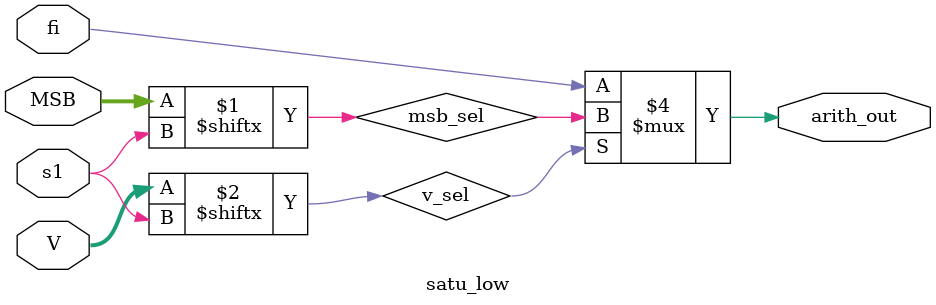
<source format=v>


module satu_low(MSB, V, fi, s1, arith_out);
  input[1:0] MSB, V; // {f7,f15} ,{V_l, V_h}
  input fi, s1/*paddsb sig*/;
  output arith_out;
  
  wire msb_sel, v_sel; // selected MSB and V
  
  assign msb_sel = MSB[s1];
  assign v_sel = V[s1];
  assign arith_out = (v_sel == 1) ? msb_sel : fi;
  /*
  mux2_1 mux_f(.data_in(MSB), .sel(s1), .data_out(msb_sel));
  mux2_1 mux_v(.data_in(V), .sel(s1), .data_out(v_sel));
  mux2_1 mux_ovfl(.data_in({msb_sel, fi}), .sel(v_sel), .data_out(arith_out));
  */
endmodule 

</source>
